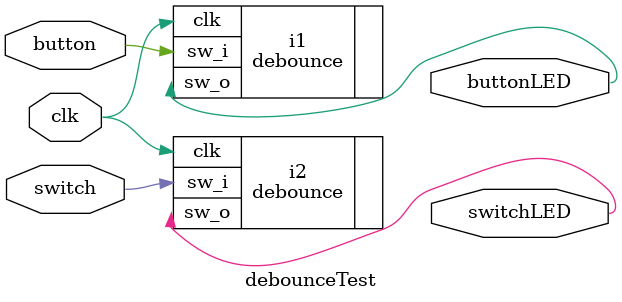
<source format=sv>
`timescale 1ns / 1ps


module debounceTest(
    input clk,
    input button, //center button in diamond
    input switch, //sw[0]
    output buttonLED,
    output switchLED
    );
    
    debounce i1(
        .clk(clk),
        .sw_i(button),
        .sw_o(buttonLED)
        );
        
    debounce i2(
        .clk(clk),
        .sw_i(switch),
        .sw_o(switchLED)
        );        
    
endmodule

</source>
